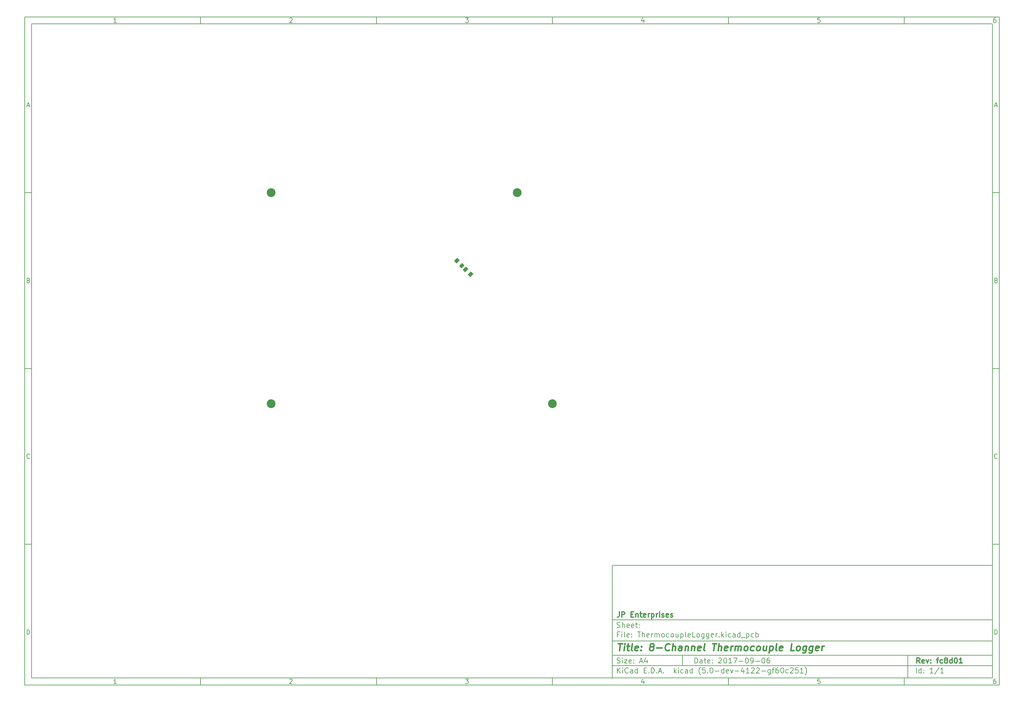
<source format=gbp>
%TF.GenerationSoftware,KiCad,Pcbnew,(5.0-dev-4122-gf60c251)*%
%TF.CreationDate,2018-08-13T09:47:59+01:00*%
%TF.ProjectId,ThermocoupleLogger,546865726D6F636F75706C654C6F6767,fc8d01*%
%TF.SameCoordinates,Original*%
%TF.FileFunction,Paste,Bot*%
%TF.FilePolarity,Positive*%
%FSLAX46Y46*%
G04 Gerber Fmt 4.6, Leading zero omitted, Abs format (unit mm)*
G04 Created by KiCad (PCBNEW (5.0-dev-4122-gf60c251)) date Monday, 13 August 2018 at 09:47:59*
%MOMM*%
%LPD*%
G01*
G04 APERTURE LIST*
%ADD10C,0.100000*%
%ADD11C,0.150000*%
%ADD12C,0.300000*%
%ADD13C,0.400000*%
%ADD14C,2.500000*%
%ADD15C,1.000000*%
G04 APERTURE END LIST*
D10*
D11*
X177002200Y-166007200D02*
X177002200Y-198007200D01*
X285002200Y-198007200D01*
X285002200Y-166007200D01*
X177002200Y-166007200D01*
D10*
D11*
X10000000Y-10000000D02*
X10000000Y-200007200D01*
X287002200Y-200007200D01*
X287002200Y-10000000D01*
X10000000Y-10000000D01*
D10*
D11*
X12000000Y-12000000D02*
X12000000Y-198007200D01*
X285002200Y-198007200D01*
X285002200Y-12000000D01*
X12000000Y-12000000D01*
D10*
D11*
X60000000Y-12000000D02*
X60000000Y-10000000D01*
D10*
D11*
X110000000Y-12000000D02*
X110000000Y-10000000D01*
D10*
D11*
X160000000Y-12000000D02*
X160000000Y-10000000D01*
D10*
D11*
X210000000Y-12000000D02*
X210000000Y-10000000D01*
D10*
D11*
X260000000Y-12000000D02*
X260000000Y-10000000D01*
D10*
D11*
X36065476Y-11588095D02*
X35322619Y-11588095D01*
X35694047Y-11588095D02*
X35694047Y-10288095D01*
X35570238Y-10473809D01*
X35446428Y-10597619D01*
X35322619Y-10659523D01*
D10*
D11*
X85322619Y-10411904D02*
X85384523Y-10350000D01*
X85508333Y-10288095D01*
X85817857Y-10288095D01*
X85941666Y-10350000D01*
X86003571Y-10411904D01*
X86065476Y-10535714D01*
X86065476Y-10659523D01*
X86003571Y-10845238D01*
X85260714Y-11588095D01*
X86065476Y-11588095D01*
D10*
D11*
X135260714Y-10288095D02*
X136065476Y-10288095D01*
X135632142Y-10783333D01*
X135817857Y-10783333D01*
X135941666Y-10845238D01*
X136003571Y-10907142D01*
X136065476Y-11030952D01*
X136065476Y-11340476D01*
X136003571Y-11464285D01*
X135941666Y-11526190D01*
X135817857Y-11588095D01*
X135446428Y-11588095D01*
X135322619Y-11526190D01*
X135260714Y-11464285D01*
D10*
D11*
X185941666Y-10721428D02*
X185941666Y-11588095D01*
X185632142Y-10226190D02*
X185322619Y-11154761D01*
X186127380Y-11154761D01*
D10*
D11*
X236003571Y-10288095D02*
X235384523Y-10288095D01*
X235322619Y-10907142D01*
X235384523Y-10845238D01*
X235508333Y-10783333D01*
X235817857Y-10783333D01*
X235941666Y-10845238D01*
X236003571Y-10907142D01*
X236065476Y-11030952D01*
X236065476Y-11340476D01*
X236003571Y-11464285D01*
X235941666Y-11526190D01*
X235817857Y-11588095D01*
X235508333Y-11588095D01*
X235384523Y-11526190D01*
X235322619Y-11464285D01*
D10*
D11*
X285941666Y-10288095D02*
X285694047Y-10288095D01*
X285570238Y-10350000D01*
X285508333Y-10411904D01*
X285384523Y-10597619D01*
X285322619Y-10845238D01*
X285322619Y-11340476D01*
X285384523Y-11464285D01*
X285446428Y-11526190D01*
X285570238Y-11588095D01*
X285817857Y-11588095D01*
X285941666Y-11526190D01*
X286003571Y-11464285D01*
X286065476Y-11340476D01*
X286065476Y-11030952D01*
X286003571Y-10907142D01*
X285941666Y-10845238D01*
X285817857Y-10783333D01*
X285570238Y-10783333D01*
X285446428Y-10845238D01*
X285384523Y-10907142D01*
X285322619Y-11030952D01*
D10*
D11*
X60000000Y-198007200D02*
X60000000Y-200007200D01*
D10*
D11*
X110000000Y-198007200D02*
X110000000Y-200007200D01*
D10*
D11*
X160000000Y-198007200D02*
X160000000Y-200007200D01*
D10*
D11*
X210000000Y-198007200D02*
X210000000Y-200007200D01*
D10*
D11*
X260000000Y-198007200D02*
X260000000Y-200007200D01*
D10*
D11*
X36065476Y-199595295D02*
X35322619Y-199595295D01*
X35694047Y-199595295D02*
X35694047Y-198295295D01*
X35570238Y-198481009D01*
X35446428Y-198604819D01*
X35322619Y-198666723D01*
D10*
D11*
X85322619Y-198419104D02*
X85384523Y-198357200D01*
X85508333Y-198295295D01*
X85817857Y-198295295D01*
X85941666Y-198357200D01*
X86003571Y-198419104D01*
X86065476Y-198542914D01*
X86065476Y-198666723D01*
X86003571Y-198852438D01*
X85260714Y-199595295D01*
X86065476Y-199595295D01*
D10*
D11*
X135260714Y-198295295D02*
X136065476Y-198295295D01*
X135632142Y-198790533D01*
X135817857Y-198790533D01*
X135941666Y-198852438D01*
X136003571Y-198914342D01*
X136065476Y-199038152D01*
X136065476Y-199347676D01*
X136003571Y-199471485D01*
X135941666Y-199533390D01*
X135817857Y-199595295D01*
X135446428Y-199595295D01*
X135322619Y-199533390D01*
X135260714Y-199471485D01*
D10*
D11*
X185941666Y-198728628D02*
X185941666Y-199595295D01*
X185632142Y-198233390D02*
X185322619Y-199161961D01*
X186127380Y-199161961D01*
D10*
D11*
X236003571Y-198295295D02*
X235384523Y-198295295D01*
X235322619Y-198914342D01*
X235384523Y-198852438D01*
X235508333Y-198790533D01*
X235817857Y-198790533D01*
X235941666Y-198852438D01*
X236003571Y-198914342D01*
X236065476Y-199038152D01*
X236065476Y-199347676D01*
X236003571Y-199471485D01*
X235941666Y-199533390D01*
X235817857Y-199595295D01*
X235508333Y-199595295D01*
X235384523Y-199533390D01*
X235322619Y-199471485D01*
D10*
D11*
X285941666Y-198295295D02*
X285694047Y-198295295D01*
X285570238Y-198357200D01*
X285508333Y-198419104D01*
X285384523Y-198604819D01*
X285322619Y-198852438D01*
X285322619Y-199347676D01*
X285384523Y-199471485D01*
X285446428Y-199533390D01*
X285570238Y-199595295D01*
X285817857Y-199595295D01*
X285941666Y-199533390D01*
X286003571Y-199471485D01*
X286065476Y-199347676D01*
X286065476Y-199038152D01*
X286003571Y-198914342D01*
X285941666Y-198852438D01*
X285817857Y-198790533D01*
X285570238Y-198790533D01*
X285446428Y-198852438D01*
X285384523Y-198914342D01*
X285322619Y-199038152D01*
D10*
D11*
X10000000Y-60000000D02*
X12000000Y-60000000D01*
D10*
D11*
X10000000Y-110000000D02*
X12000000Y-110000000D01*
D10*
D11*
X10000000Y-160000000D02*
X12000000Y-160000000D01*
D10*
D11*
X10690476Y-35216666D02*
X11309523Y-35216666D01*
X10566666Y-35588095D02*
X11000000Y-34288095D01*
X11433333Y-35588095D01*
D10*
D11*
X11092857Y-84907142D02*
X11278571Y-84969047D01*
X11340476Y-85030952D01*
X11402380Y-85154761D01*
X11402380Y-85340476D01*
X11340476Y-85464285D01*
X11278571Y-85526190D01*
X11154761Y-85588095D01*
X10659523Y-85588095D01*
X10659523Y-84288095D01*
X11092857Y-84288095D01*
X11216666Y-84350000D01*
X11278571Y-84411904D01*
X11340476Y-84535714D01*
X11340476Y-84659523D01*
X11278571Y-84783333D01*
X11216666Y-84845238D01*
X11092857Y-84907142D01*
X10659523Y-84907142D01*
D10*
D11*
X11402380Y-135464285D02*
X11340476Y-135526190D01*
X11154761Y-135588095D01*
X11030952Y-135588095D01*
X10845238Y-135526190D01*
X10721428Y-135402380D01*
X10659523Y-135278571D01*
X10597619Y-135030952D01*
X10597619Y-134845238D01*
X10659523Y-134597619D01*
X10721428Y-134473809D01*
X10845238Y-134350000D01*
X11030952Y-134288095D01*
X11154761Y-134288095D01*
X11340476Y-134350000D01*
X11402380Y-134411904D01*
D10*
D11*
X10659523Y-185588095D02*
X10659523Y-184288095D01*
X10969047Y-184288095D01*
X11154761Y-184350000D01*
X11278571Y-184473809D01*
X11340476Y-184597619D01*
X11402380Y-184845238D01*
X11402380Y-185030952D01*
X11340476Y-185278571D01*
X11278571Y-185402380D01*
X11154761Y-185526190D01*
X10969047Y-185588095D01*
X10659523Y-185588095D01*
D10*
D11*
X287002200Y-60000000D02*
X285002200Y-60000000D01*
D10*
D11*
X287002200Y-110000000D02*
X285002200Y-110000000D01*
D10*
D11*
X287002200Y-160000000D02*
X285002200Y-160000000D01*
D10*
D11*
X285692676Y-35216666D02*
X286311723Y-35216666D01*
X285568866Y-35588095D02*
X286002200Y-34288095D01*
X286435533Y-35588095D01*
D10*
D11*
X286095057Y-84907142D02*
X286280771Y-84969047D01*
X286342676Y-85030952D01*
X286404580Y-85154761D01*
X286404580Y-85340476D01*
X286342676Y-85464285D01*
X286280771Y-85526190D01*
X286156961Y-85588095D01*
X285661723Y-85588095D01*
X285661723Y-84288095D01*
X286095057Y-84288095D01*
X286218866Y-84350000D01*
X286280771Y-84411904D01*
X286342676Y-84535714D01*
X286342676Y-84659523D01*
X286280771Y-84783333D01*
X286218866Y-84845238D01*
X286095057Y-84907142D01*
X285661723Y-84907142D01*
D10*
D11*
X286404580Y-135464285D02*
X286342676Y-135526190D01*
X286156961Y-135588095D01*
X286033152Y-135588095D01*
X285847438Y-135526190D01*
X285723628Y-135402380D01*
X285661723Y-135278571D01*
X285599819Y-135030952D01*
X285599819Y-134845238D01*
X285661723Y-134597619D01*
X285723628Y-134473809D01*
X285847438Y-134350000D01*
X286033152Y-134288095D01*
X286156961Y-134288095D01*
X286342676Y-134350000D01*
X286404580Y-134411904D01*
D10*
D11*
X285661723Y-185588095D02*
X285661723Y-184288095D01*
X285971247Y-184288095D01*
X286156961Y-184350000D01*
X286280771Y-184473809D01*
X286342676Y-184597619D01*
X286404580Y-184845238D01*
X286404580Y-185030952D01*
X286342676Y-185278571D01*
X286280771Y-185402380D01*
X286156961Y-185526190D01*
X285971247Y-185588095D01*
X285661723Y-185588095D01*
D10*
D11*
X200434342Y-193785771D02*
X200434342Y-192285771D01*
X200791485Y-192285771D01*
X201005771Y-192357200D01*
X201148628Y-192500057D01*
X201220057Y-192642914D01*
X201291485Y-192928628D01*
X201291485Y-193142914D01*
X201220057Y-193428628D01*
X201148628Y-193571485D01*
X201005771Y-193714342D01*
X200791485Y-193785771D01*
X200434342Y-193785771D01*
X202577200Y-193785771D02*
X202577200Y-193000057D01*
X202505771Y-192857200D01*
X202362914Y-192785771D01*
X202077200Y-192785771D01*
X201934342Y-192857200D01*
X202577200Y-193714342D02*
X202434342Y-193785771D01*
X202077200Y-193785771D01*
X201934342Y-193714342D01*
X201862914Y-193571485D01*
X201862914Y-193428628D01*
X201934342Y-193285771D01*
X202077200Y-193214342D01*
X202434342Y-193214342D01*
X202577200Y-193142914D01*
X203077200Y-192785771D02*
X203648628Y-192785771D01*
X203291485Y-192285771D02*
X203291485Y-193571485D01*
X203362914Y-193714342D01*
X203505771Y-193785771D01*
X203648628Y-193785771D01*
X204720057Y-193714342D02*
X204577200Y-193785771D01*
X204291485Y-193785771D01*
X204148628Y-193714342D01*
X204077200Y-193571485D01*
X204077200Y-193000057D01*
X204148628Y-192857200D01*
X204291485Y-192785771D01*
X204577200Y-192785771D01*
X204720057Y-192857200D01*
X204791485Y-193000057D01*
X204791485Y-193142914D01*
X204077200Y-193285771D01*
X205434342Y-193642914D02*
X205505771Y-193714342D01*
X205434342Y-193785771D01*
X205362914Y-193714342D01*
X205434342Y-193642914D01*
X205434342Y-193785771D01*
X205434342Y-192857200D02*
X205505771Y-192928628D01*
X205434342Y-193000057D01*
X205362914Y-192928628D01*
X205434342Y-192857200D01*
X205434342Y-193000057D01*
X207220057Y-192428628D02*
X207291485Y-192357200D01*
X207434342Y-192285771D01*
X207791485Y-192285771D01*
X207934342Y-192357200D01*
X208005771Y-192428628D01*
X208077200Y-192571485D01*
X208077200Y-192714342D01*
X208005771Y-192928628D01*
X207148628Y-193785771D01*
X208077200Y-193785771D01*
X209005771Y-192285771D02*
X209148628Y-192285771D01*
X209291485Y-192357200D01*
X209362914Y-192428628D01*
X209434342Y-192571485D01*
X209505771Y-192857200D01*
X209505771Y-193214342D01*
X209434342Y-193500057D01*
X209362914Y-193642914D01*
X209291485Y-193714342D01*
X209148628Y-193785771D01*
X209005771Y-193785771D01*
X208862914Y-193714342D01*
X208791485Y-193642914D01*
X208720057Y-193500057D01*
X208648628Y-193214342D01*
X208648628Y-192857200D01*
X208720057Y-192571485D01*
X208791485Y-192428628D01*
X208862914Y-192357200D01*
X209005771Y-192285771D01*
X210934342Y-193785771D02*
X210077200Y-193785771D01*
X210505771Y-193785771D02*
X210505771Y-192285771D01*
X210362914Y-192500057D01*
X210220057Y-192642914D01*
X210077200Y-192714342D01*
X211434342Y-192285771D02*
X212434342Y-192285771D01*
X211791485Y-193785771D01*
X213005771Y-193214342D02*
X214148628Y-193214342D01*
X215148628Y-192285771D02*
X215291485Y-192285771D01*
X215434342Y-192357200D01*
X215505771Y-192428628D01*
X215577200Y-192571485D01*
X215648628Y-192857200D01*
X215648628Y-193214342D01*
X215577200Y-193500057D01*
X215505771Y-193642914D01*
X215434342Y-193714342D01*
X215291485Y-193785771D01*
X215148628Y-193785771D01*
X215005771Y-193714342D01*
X214934342Y-193642914D01*
X214862914Y-193500057D01*
X214791485Y-193214342D01*
X214791485Y-192857200D01*
X214862914Y-192571485D01*
X214934342Y-192428628D01*
X215005771Y-192357200D01*
X215148628Y-192285771D01*
X216362914Y-193785771D02*
X216648628Y-193785771D01*
X216791485Y-193714342D01*
X216862914Y-193642914D01*
X217005771Y-193428628D01*
X217077200Y-193142914D01*
X217077200Y-192571485D01*
X217005771Y-192428628D01*
X216934342Y-192357200D01*
X216791485Y-192285771D01*
X216505771Y-192285771D01*
X216362914Y-192357200D01*
X216291485Y-192428628D01*
X216220057Y-192571485D01*
X216220057Y-192928628D01*
X216291485Y-193071485D01*
X216362914Y-193142914D01*
X216505771Y-193214342D01*
X216791485Y-193214342D01*
X216934342Y-193142914D01*
X217005771Y-193071485D01*
X217077200Y-192928628D01*
X217720057Y-193214342D02*
X218862914Y-193214342D01*
X219862914Y-192285771D02*
X220005771Y-192285771D01*
X220148628Y-192357200D01*
X220220057Y-192428628D01*
X220291485Y-192571485D01*
X220362914Y-192857200D01*
X220362914Y-193214342D01*
X220291485Y-193500057D01*
X220220057Y-193642914D01*
X220148628Y-193714342D01*
X220005771Y-193785771D01*
X219862914Y-193785771D01*
X219720057Y-193714342D01*
X219648628Y-193642914D01*
X219577200Y-193500057D01*
X219505771Y-193214342D01*
X219505771Y-192857200D01*
X219577200Y-192571485D01*
X219648628Y-192428628D01*
X219720057Y-192357200D01*
X219862914Y-192285771D01*
X221648628Y-192285771D02*
X221362914Y-192285771D01*
X221220057Y-192357200D01*
X221148628Y-192428628D01*
X221005771Y-192642914D01*
X220934342Y-192928628D01*
X220934342Y-193500057D01*
X221005771Y-193642914D01*
X221077200Y-193714342D01*
X221220057Y-193785771D01*
X221505771Y-193785771D01*
X221648628Y-193714342D01*
X221720057Y-193642914D01*
X221791485Y-193500057D01*
X221791485Y-193142914D01*
X221720057Y-193000057D01*
X221648628Y-192928628D01*
X221505771Y-192857200D01*
X221220057Y-192857200D01*
X221077200Y-192928628D01*
X221005771Y-193000057D01*
X220934342Y-193142914D01*
D10*
D11*
X177002200Y-194507200D02*
X285002200Y-194507200D01*
D10*
D11*
X178434342Y-196585771D02*
X178434342Y-195085771D01*
X179291485Y-196585771D02*
X178648628Y-195728628D01*
X179291485Y-195085771D02*
X178434342Y-195942914D01*
X179934342Y-196585771D02*
X179934342Y-195585771D01*
X179934342Y-195085771D02*
X179862914Y-195157200D01*
X179934342Y-195228628D01*
X180005771Y-195157200D01*
X179934342Y-195085771D01*
X179934342Y-195228628D01*
X181505771Y-196442914D02*
X181434342Y-196514342D01*
X181220057Y-196585771D01*
X181077200Y-196585771D01*
X180862914Y-196514342D01*
X180720057Y-196371485D01*
X180648628Y-196228628D01*
X180577200Y-195942914D01*
X180577200Y-195728628D01*
X180648628Y-195442914D01*
X180720057Y-195300057D01*
X180862914Y-195157200D01*
X181077200Y-195085771D01*
X181220057Y-195085771D01*
X181434342Y-195157200D01*
X181505771Y-195228628D01*
X182791485Y-196585771D02*
X182791485Y-195800057D01*
X182720057Y-195657200D01*
X182577200Y-195585771D01*
X182291485Y-195585771D01*
X182148628Y-195657200D01*
X182791485Y-196514342D02*
X182648628Y-196585771D01*
X182291485Y-196585771D01*
X182148628Y-196514342D01*
X182077200Y-196371485D01*
X182077200Y-196228628D01*
X182148628Y-196085771D01*
X182291485Y-196014342D01*
X182648628Y-196014342D01*
X182791485Y-195942914D01*
X184148628Y-196585771D02*
X184148628Y-195085771D01*
X184148628Y-196514342D02*
X184005771Y-196585771D01*
X183720057Y-196585771D01*
X183577200Y-196514342D01*
X183505771Y-196442914D01*
X183434342Y-196300057D01*
X183434342Y-195871485D01*
X183505771Y-195728628D01*
X183577200Y-195657200D01*
X183720057Y-195585771D01*
X184005771Y-195585771D01*
X184148628Y-195657200D01*
X186005771Y-195800057D02*
X186505771Y-195800057D01*
X186720057Y-196585771D02*
X186005771Y-196585771D01*
X186005771Y-195085771D01*
X186720057Y-195085771D01*
X187362914Y-196442914D02*
X187434342Y-196514342D01*
X187362914Y-196585771D01*
X187291485Y-196514342D01*
X187362914Y-196442914D01*
X187362914Y-196585771D01*
X188077200Y-196585771D02*
X188077200Y-195085771D01*
X188434342Y-195085771D01*
X188648628Y-195157200D01*
X188791485Y-195300057D01*
X188862914Y-195442914D01*
X188934342Y-195728628D01*
X188934342Y-195942914D01*
X188862914Y-196228628D01*
X188791485Y-196371485D01*
X188648628Y-196514342D01*
X188434342Y-196585771D01*
X188077200Y-196585771D01*
X189577200Y-196442914D02*
X189648628Y-196514342D01*
X189577200Y-196585771D01*
X189505771Y-196514342D01*
X189577200Y-196442914D01*
X189577200Y-196585771D01*
X190220057Y-196157200D02*
X190934342Y-196157200D01*
X190077200Y-196585771D02*
X190577200Y-195085771D01*
X191077200Y-196585771D01*
X191577200Y-196442914D02*
X191648628Y-196514342D01*
X191577200Y-196585771D01*
X191505771Y-196514342D01*
X191577200Y-196442914D01*
X191577200Y-196585771D01*
X194577200Y-196585771D02*
X194577200Y-195085771D01*
X194720057Y-196014342D02*
X195148628Y-196585771D01*
X195148628Y-195585771D02*
X194577200Y-196157200D01*
X195791485Y-196585771D02*
X195791485Y-195585771D01*
X195791485Y-195085771D02*
X195720057Y-195157200D01*
X195791485Y-195228628D01*
X195862914Y-195157200D01*
X195791485Y-195085771D01*
X195791485Y-195228628D01*
X197148628Y-196514342D02*
X197005771Y-196585771D01*
X196720057Y-196585771D01*
X196577200Y-196514342D01*
X196505771Y-196442914D01*
X196434342Y-196300057D01*
X196434342Y-195871485D01*
X196505771Y-195728628D01*
X196577200Y-195657200D01*
X196720057Y-195585771D01*
X197005771Y-195585771D01*
X197148628Y-195657200D01*
X198434342Y-196585771D02*
X198434342Y-195800057D01*
X198362914Y-195657200D01*
X198220057Y-195585771D01*
X197934342Y-195585771D01*
X197791485Y-195657200D01*
X198434342Y-196514342D02*
X198291485Y-196585771D01*
X197934342Y-196585771D01*
X197791485Y-196514342D01*
X197720057Y-196371485D01*
X197720057Y-196228628D01*
X197791485Y-196085771D01*
X197934342Y-196014342D01*
X198291485Y-196014342D01*
X198434342Y-195942914D01*
X199791485Y-196585771D02*
X199791485Y-195085771D01*
X199791485Y-196514342D02*
X199648628Y-196585771D01*
X199362914Y-196585771D01*
X199220057Y-196514342D01*
X199148628Y-196442914D01*
X199077200Y-196300057D01*
X199077200Y-195871485D01*
X199148628Y-195728628D01*
X199220057Y-195657200D01*
X199362914Y-195585771D01*
X199648628Y-195585771D01*
X199791485Y-195657200D01*
X202077200Y-197157200D02*
X202005771Y-197085771D01*
X201862914Y-196871485D01*
X201791485Y-196728628D01*
X201720057Y-196514342D01*
X201648628Y-196157200D01*
X201648628Y-195871485D01*
X201720057Y-195514342D01*
X201791485Y-195300057D01*
X201862914Y-195157200D01*
X202005771Y-194942914D01*
X202077200Y-194871485D01*
X203362914Y-195085771D02*
X202648628Y-195085771D01*
X202577200Y-195800057D01*
X202648628Y-195728628D01*
X202791485Y-195657200D01*
X203148628Y-195657200D01*
X203291485Y-195728628D01*
X203362914Y-195800057D01*
X203434342Y-195942914D01*
X203434342Y-196300057D01*
X203362914Y-196442914D01*
X203291485Y-196514342D01*
X203148628Y-196585771D01*
X202791485Y-196585771D01*
X202648628Y-196514342D01*
X202577200Y-196442914D01*
X204077200Y-196442914D02*
X204148628Y-196514342D01*
X204077200Y-196585771D01*
X204005771Y-196514342D01*
X204077200Y-196442914D01*
X204077200Y-196585771D01*
X205077200Y-195085771D02*
X205220057Y-195085771D01*
X205362914Y-195157200D01*
X205434342Y-195228628D01*
X205505771Y-195371485D01*
X205577200Y-195657200D01*
X205577200Y-196014342D01*
X205505771Y-196300057D01*
X205434342Y-196442914D01*
X205362914Y-196514342D01*
X205220057Y-196585771D01*
X205077200Y-196585771D01*
X204934342Y-196514342D01*
X204862914Y-196442914D01*
X204791485Y-196300057D01*
X204720057Y-196014342D01*
X204720057Y-195657200D01*
X204791485Y-195371485D01*
X204862914Y-195228628D01*
X204934342Y-195157200D01*
X205077200Y-195085771D01*
X206220057Y-196014342D02*
X207362914Y-196014342D01*
X208720057Y-196585771D02*
X208720057Y-195085771D01*
X208720057Y-196514342D02*
X208577200Y-196585771D01*
X208291485Y-196585771D01*
X208148628Y-196514342D01*
X208077200Y-196442914D01*
X208005771Y-196300057D01*
X208005771Y-195871485D01*
X208077200Y-195728628D01*
X208148628Y-195657200D01*
X208291485Y-195585771D01*
X208577200Y-195585771D01*
X208720057Y-195657200D01*
X210005771Y-196514342D02*
X209862914Y-196585771D01*
X209577200Y-196585771D01*
X209434342Y-196514342D01*
X209362914Y-196371485D01*
X209362914Y-195800057D01*
X209434342Y-195657200D01*
X209577200Y-195585771D01*
X209862914Y-195585771D01*
X210005771Y-195657200D01*
X210077200Y-195800057D01*
X210077200Y-195942914D01*
X209362914Y-196085771D01*
X210577200Y-195585771D02*
X210934342Y-196585771D01*
X211291485Y-195585771D01*
X211862914Y-196014342D02*
X213005771Y-196014342D01*
X214362914Y-195585771D02*
X214362914Y-196585771D01*
X214005771Y-195014342D02*
X213648628Y-196085771D01*
X214577200Y-196085771D01*
X215934342Y-196585771D02*
X215077200Y-196585771D01*
X215505771Y-196585771D02*
X215505771Y-195085771D01*
X215362914Y-195300057D01*
X215220057Y-195442914D01*
X215077200Y-195514342D01*
X216505771Y-195228628D02*
X216577200Y-195157200D01*
X216720057Y-195085771D01*
X217077200Y-195085771D01*
X217220057Y-195157200D01*
X217291485Y-195228628D01*
X217362914Y-195371485D01*
X217362914Y-195514342D01*
X217291485Y-195728628D01*
X216434342Y-196585771D01*
X217362914Y-196585771D01*
X217934342Y-195228628D02*
X218005771Y-195157200D01*
X218148628Y-195085771D01*
X218505771Y-195085771D01*
X218648628Y-195157200D01*
X218720057Y-195228628D01*
X218791485Y-195371485D01*
X218791485Y-195514342D01*
X218720057Y-195728628D01*
X217862914Y-196585771D01*
X218791485Y-196585771D01*
X219434342Y-196014342D02*
X220577200Y-196014342D01*
X221934342Y-195585771D02*
X221934342Y-196800057D01*
X221862914Y-196942914D01*
X221791485Y-197014342D01*
X221648628Y-197085771D01*
X221434342Y-197085771D01*
X221291485Y-197014342D01*
X221934342Y-196514342D02*
X221791485Y-196585771D01*
X221505771Y-196585771D01*
X221362914Y-196514342D01*
X221291485Y-196442914D01*
X221220057Y-196300057D01*
X221220057Y-195871485D01*
X221291485Y-195728628D01*
X221362914Y-195657200D01*
X221505771Y-195585771D01*
X221791485Y-195585771D01*
X221934342Y-195657200D01*
X222434342Y-195585771D02*
X223005771Y-195585771D01*
X222648628Y-196585771D02*
X222648628Y-195300057D01*
X222720057Y-195157200D01*
X222862914Y-195085771D01*
X223005771Y-195085771D01*
X224148628Y-195085771D02*
X223862914Y-195085771D01*
X223720057Y-195157200D01*
X223648628Y-195228628D01*
X223505771Y-195442914D01*
X223434342Y-195728628D01*
X223434342Y-196300057D01*
X223505771Y-196442914D01*
X223577200Y-196514342D01*
X223720057Y-196585771D01*
X224005771Y-196585771D01*
X224148628Y-196514342D01*
X224220057Y-196442914D01*
X224291485Y-196300057D01*
X224291485Y-195942914D01*
X224220057Y-195800057D01*
X224148628Y-195728628D01*
X224005771Y-195657200D01*
X223720057Y-195657200D01*
X223577200Y-195728628D01*
X223505771Y-195800057D01*
X223434342Y-195942914D01*
X225220057Y-195085771D02*
X225362914Y-195085771D01*
X225505771Y-195157200D01*
X225577200Y-195228628D01*
X225648628Y-195371485D01*
X225720057Y-195657200D01*
X225720057Y-196014342D01*
X225648628Y-196300057D01*
X225577200Y-196442914D01*
X225505771Y-196514342D01*
X225362914Y-196585771D01*
X225220057Y-196585771D01*
X225077200Y-196514342D01*
X225005771Y-196442914D01*
X224934342Y-196300057D01*
X224862914Y-196014342D01*
X224862914Y-195657200D01*
X224934342Y-195371485D01*
X225005771Y-195228628D01*
X225077200Y-195157200D01*
X225220057Y-195085771D01*
X227005771Y-196514342D02*
X226862914Y-196585771D01*
X226577200Y-196585771D01*
X226434342Y-196514342D01*
X226362914Y-196442914D01*
X226291485Y-196300057D01*
X226291485Y-195871485D01*
X226362914Y-195728628D01*
X226434342Y-195657200D01*
X226577200Y-195585771D01*
X226862914Y-195585771D01*
X227005771Y-195657200D01*
X227577199Y-195228628D02*
X227648628Y-195157200D01*
X227791485Y-195085771D01*
X228148628Y-195085771D01*
X228291485Y-195157200D01*
X228362914Y-195228628D01*
X228434342Y-195371485D01*
X228434342Y-195514342D01*
X228362914Y-195728628D01*
X227505771Y-196585771D01*
X228434342Y-196585771D01*
X229791485Y-195085771D02*
X229077199Y-195085771D01*
X229005771Y-195800057D01*
X229077199Y-195728628D01*
X229220057Y-195657200D01*
X229577199Y-195657200D01*
X229720057Y-195728628D01*
X229791485Y-195800057D01*
X229862914Y-195942914D01*
X229862914Y-196300057D01*
X229791485Y-196442914D01*
X229720057Y-196514342D01*
X229577199Y-196585771D01*
X229220057Y-196585771D01*
X229077199Y-196514342D01*
X229005771Y-196442914D01*
X231291485Y-196585771D02*
X230434342Y-196585771D01*
X230862914Y-196585771D02*
X230862914Y-195085771D01*
X230720057Y-195300057D01*
X230577199Y-195442914D01*
X230434342Y-195514342D01*
X231791485Y-197157200D02*
X231862914Y-197085771D01*
X232005771Y-196871485D01*
X232077199Y-196728628D01*
X232148628Y-196514342D01*
X232220057Y-196157200D01*
X232220057Y-195871485D01*
X232148628Y-195514342D01*
X232077199Y-195300057D01*
X232005771Y-195157200D01*
X231862914Y-194942914D01*
X231791485Y-194871485D01*
D10*
D11*
X177002200Y-191507200D02*
X285002200Y-191507200D01*
D10*
D12*
X264411485Y-193785771D02*
X263911485Y-193071485D01*
X263554342Y-193785771D02*
X263554342Y-192285771D01*
X264125771Y-192285771D01*
X264268628Y-192357200D01*
X264340057Y-192428628D01*
X264411485Y-192571485D01*
X264411485Y-192785771D01*
X264340057Y-192928628D01*
X264268628Y-193000057D01*
X264125771Y-193071485D01*
X263554342Y-193071485D01*
X265625771Y-193714342D02*
X265482914Y-193785771D01*
X265197200Y-193785771D01*
X265054342Y-193714342D01*
X264982914Y-193571485D01*
X264982914Y-193000057D01*
X265054342Y-192857200D01*
X265197200Y-192785771D01*
X265482914Y-192785771D01*
X265625771Y-192857200D01*
X265697200Y-193000057D01*
X265697200Y-193142914D01*
X264982914Y-193285771D01*
X266197200Y-192785771D02*
X266554342Y-193785771D01*
X266911485Y-192785771D01*
X267482914Y-193642914D02*
X267554342Y-193714342D01*
X267482914Y-193785771D01*
X267411485Y-193714342D01*
X267482914Y-193642914D01*
X267482914Y-193785771D01*
X267482914Y-192857200D02*
X267554342Y-192928628D01*
X267482914Y-193000057D01*
X267411485Y-192928628D01*
X267482914Y-192857200D01*
X267482914Y-193000057D01*
X269125771Y-192785771D02*
X269697200Y-192785771D01*
X269340057Y-193785771D02*
X269340057Y-192500057D01*
X269411485Y-192357200D01*
X269554342Y-192285771D01*
X269697200Y-192285771D01*
X270840057Y-193714342D02*
X270697200Y-193785771D01*
X270411485Y-193785771D01*
X270268628Y-193714342D01*
X270197200Y-193642914D01*
X270125771Y-193500057D01*
X270125771Y-193071485D01*
X270197200Y-192928628D01*
X270268628Y-192857200D01*
X270411485Y-192785771D01*
X270697200Y-192785771D01*
X270840057Y-192857200D01*
X271697200Y-192928628D02*
X271554342Y-192857200D01*
X271482914Y-192785771D01*
X271411485Y-192642914D01*
X271411485Y-192571485D01*
X271482914Y-192428628D01*
X271554342Y-192357200D01*
X271697200Y-192285771D01*
X271982914Y-192285771D01*
X272125771Y-192357200D01*
X272197200Y-192428628D01*
X272268628Y-192571485D01*
X272268628Y-192642914D01*
X272197200Y-192785771D01*
X272125771Y-192857200D01*
X271982914Y-192928628D01*
X271697200Y-192928628D01*
X271554342Y-193000057D01*
X271482914Y-193071485D01*
X271411485Y-193214342D01*
X271411485Y-193500057D01*
X271482914Y-193642914D01*
X271554342Y-193714342D01*
X271697200Y-193785771D01*
X271982914Y-193785771D01*
X272125771Y-193714342D01*
X272197200Y-193642914D01*
X272268628Y-193500057D01*
X272268628Y-193214342D01*
X272197200Y-193071485D01*
X272125771Y-193000057D01*
X271982914Y-192928628D01*
X273554342Y-193785771D02*
X273554342Y-192285771D01*
X273554342Y-193714342D02*
X273411485Y-193785771D01*
X273125771Y-193785771D01*
X272982914Y-193714342D01*
X272911485Y-193642914D01*
X272840057Y-193500057D01*
X272840057Y-193071485D01*
X272911485Y-192928628D01*
X272982914Y-192857200D01*
X273125771Y-192785771D01*
X273411485Y-192785771D01*
X273554342Y-192857200D01*
X274554342Y-192285771D02*
X274697200Y-192285771D01*
X274840057Y-192357200D01*
X274911485Y-192428628D01*
X274982914Y-192571485D01*
X275054342Y-192857200D01*
X275054342Y-193214342D01*
X274982914Y-193500057D01*
X274911485Y-193642914D01*
X274840057Y-193714342D01*
X274697200Y-193785771D01*
X274554342Y-193785771D01*
X274411485Y-193714342D01*
X274340057Y-193642914D01*
X274268628Y-193500057D01*
X274197200Y-193214342D01*
X274197200Y-192857200D01*
X274268628Y-192571485D01*
X274340057Y-192428628D01*
X274411485Y-192357200D01*
X274554342Y-192285771D01*
X276482914Y-193785771D02*
X275625771Y-193785771D01*
X276054342Y-193785771D02*
X276054342Y-192285771D01*
X275911485Y-192500057D01*
X275768628Y-192642914D01*
X275625771Y-192714342D01*
D10*
D11*
X178362914Y-193714342D02*
X178577200Y-193785771D01*
X178934342Y-193785771D01*
X179077200Y-193714342D01*
X179148628Y-193642914D01*
X179220057Y-193500057D01*
X179220057Y-193357200D01*
X179148628Y-193214342D01*
X179077200Y-193142914D01*
X178934342Y-193071485D01*
X178648628Y-193000057D01*
X178505771Y-192928628D01*
X178434342Y-192857200D01*
X178362914Y-192714342D01*
X178362914Y-192571485D01*
X178434342Y-192428628D01*
X178505771Y-192357200D01*
X178648628Y-192285771D01*
X179005771Y-192285771D01*
X179220057Y-192357200D01*
X179862914Y-193785771D02*
X179862914Y-192785771D01*
X179862914Y-192285771D02*
X179791485Y-192357200D01*
X179862914Y-192428628D01*
X179934342Y-192357200D01*
X179862914Y-192285771D01*
X179862914Y-192428628D01*
X180434342Y-192785771D02*
X181220057Y-192785771D01*
X180434342Y-193785771D01*
X181220057Y-193785771D01*
X182362914Y-193714342D02*
X182220057Y-193785771D01*
X181934342Y-193785771D01*
X181791485Y-193714342D01*
X181720057Y-193571485D01*
X181720057Y-193000057D01*
X181791485Y-192857200D01*
X181934342Y-192785771D01*
X182220057Y-192785771D01*
X182362914Y-192857200D01*
X182434342Y-193000057D01*
X182434342Y-193142914D01*
X181720057Y-193285771D01*
X183077200Y-193642914D02*
X183148628Y-193714342D01*
X183077200Y-193785771D01*
X183005771Y-193714342D01*
X183077200Y-193642914D01*
X183077200Y-193785771D01*
X183077200Y-192857200D02*
X183148628Y-192928628D01*
X183077200Y-193000057D01*
X183005771Y-192928628D01*
X183077200Y-192857200D01*
X183077200Y-193000057D01*
X184862914Y-193357200D02*
X185577200Y-193357200D01*
X184720057Y-193785771D02*
X185220057Y-192285771D01*
X185720057Y-193785771D01*
X186862914Y-192785771D02*
X186862914Y-193785771D01*
X186505771Y-192214342D02*
X186148628Y-193285771D01*
X187077200Y-193285771D01*
D10*
D11*
X263434342Y-196585771D02*
X263434342Y-195085771D01*
X264791485Y-196585771D02*
X264791485Y-195085771D01*
X264791485Y-196514342D02*
X264648628Y-196585771D01*
X264362914Y-196585771D01*
X264220057Y-196514342D01*
X264148628Y-196442914D01*
X264077200Y-196300057D01*
X264077200Y-195871485D01*
X264148628Y-195728628D01*
X264220057Y-195657200D01*
X264362914Y-195585771D01*
X264648628Y-195585771D01*
X264791485Y-195657200D01*
X265505771Y-196442914D02*
X265577200Y-196514342D01*
X265505771Y-196585771D01*
X265434342Y-196514342D01*
X265505771Y-196442914D01*
X265505771Y-196585771D01*
X265505771Y-195657200D02*
X265577200Y-195728628D01*
X265505771Y-195800057D01*
X265434342Y-195728628D01*
X265505771Y-195657200D01*
X265505771Y-195800057D01*
X268148628Y-196585771D02*
X267291485Y-196585771D01*
X267720057Y-196585771D02*
X267720057Y-195085771D01*
X267577200Y-195300057D01*
X267434342Y-195442914D01*
X267291485Y-195514342D01*
X269862914Y-195014342D02*
X268577200Y-196942914D01*
X271148628Y-196585771D02*
X270291485Y-196585771D01*
X270720057Y-196585771D02*
X270720057Y-195085771D01*
X270577200Y-195300057D01*
X270434342Y-195442914D01*
X270291485Y-195514342D01*
D10*
D11*
X177002200Y-187507200D02*
X285002200Y-187507200D01*
D10*
D13*
X178714580Y-188211961D02*
X179857438Y-188211961D01*
X179036009Y-190211961D02*
X179286009Y-188211961D01*
X180274104Y-190211961D02*
X180440771Y-188878628D01*
X180524104Y-188211961D02*
X180416961Y-188307200D01*
X180500295Y-188402438D01*
X180607438Y-188307200D01*
X180524104Y-188211961D01*
X180500295Y-188402438D01*
X181107438Y-188878628D02*
X181869342Y-188878628D01*
X181476485Y-188211961D02*
X181262200Y-189926247D01*
X181333628Y-190116723D01*
X181512200Y-190211961D01*
X181702676Y-190211961D01*
X182655057Y-190211961D02*
X182476485Y-190116723D01*
X182405057Y-189926247D01*
X182619342Y-188211961D01*
X184190771Y-190116723D02*
X183988390Y-190211961D01*
X183607438Y-190211961D01*
X183428866Y-190116723D01*
X183357438Y-189926247D01*
X183452676Y-189164342D01*
X183571723Y-188973866D01*
X183774104Y-188878628D01*
X184155057Y-188878628D01*
X184333628Y-188973866D01*
X184405057Y-189164342D01*
X184381247Y-189354819D01*
X183405057Y-189545295D01*
X185155057Y-190021485D02*
X185238390Y-190116723D01*
X185131247Y-190211961D01*
X185047914Y-190116723D01*
X185155057Y-190021485D01*
X185131247Y-190211961D01*
X185286009Y-188973866D02*
X185369342Y-189069104D01*
X185262200Y-189164342D01*
X185178866Y-189069104D01*
X185286009Y-188973866D01*
X185262200Y-189164342D01*
X188036009Y-189069104D02*
X187857438Y-188973866D01*
X187774104Y-188878628D01*
X187702676Y-188688152D01*
X187714580Y-188592914D01*
X187833628Y-188402438D01*
X187940771Y-188307200D01*
X188143152Y-188211961D01*
X188524104Y-188211961D01*
X188702676Y-188307200D01*
X188786009Y-188402438D01*
X188857438Y-188592914D01*
X188845533Y-188688152D01*
X188726485Y-188878628D01*
X188619342Y-188973866D01*
X188416961Y-189069104D01*
X188036009Y-189069104D01*
X187833628Y-189164342D01*
X187726485Y-189259580D01*
X187607438Y-189450057D01*
X187559819Y-189831009D01*
X187631247Y-190021485D01*
X187714580Y-190116723D01*
X187893152Y-190211961D01*
X188274104Y-190211961D01*
X188476485Y-190116723D01*
X188583628Y-190021485D01*
X188702676Y-189831009D01*
X188750295Y-189450057D01*
X188678866Y-189259580D01*
X188595533Y-189164342D01*
X188416961Y-189069104D01*
X189607438Y-189450057D02*
X191131247Y-189450057D01*
X193155057Y-190021485D02*
X193047914Y-190116723D01*
X192750295Y-190211961D01*
X192559819Y-190211961D01*
X192286009Y-190116723D01*
X192119342Y-189926247D01*
X192047914Y-189735771D01*
X192000295Y-189354819D01*
X192036009Y-189069104D01*
X192178866Y-188688152D01*
X192297914Y-188497676D01*
X192512200Y-188307200D01*
X192809819Y-188211961D01*
X193000295Y-188211961D01*
X193274104Y-188307200D01*
X193357438Y-188402438D01*
X193988390Y-190211961D02*
X194238390Y-188211961D01*
X194845533Y-190211961D02*
X194976485Y-189164342D01*
X194905057Y-188973866D01*
X194726485Y-188878628D01*
X194440771Y-188878628D01*
X194238390Y-188973866D01*
X194131247Y-189069104D01*
X196655057Y-190211961D02*
X196786009Y-189164342D01*
X196714580Y-188973866D01*
X196536009Y-188878628D01*
X196155057Y-188878628D01*
X195952676Y-188973866D01*
X196666961Y-190116723D02*
X196464580Y-190211961D01*
X195988390Y-190211961D01*
X195809819Y-190116723D01*
X195738390Y-189926247D01*
X195762200Y-189735771D01*
X195881247Y-189545295D01*
X196083628Y-189450057D01*
X196559819Y-189450057D01*
X196762200Y-189354819D01*
X197774104Y-188878628D02*
X197607438Y-190211961D01*
X197750295Y-189069104D02*
X197857438Y-188973866D01*
X198059819Y-188878628D01*
X198345533Y-188878628D01*
X198524104Y-188973866D01*
X198595533Y-189164342D01*
X198464580Y-190211961D01*
X199583628Y-188878628D02*
X199416961Y-190211961D01*
X199559819Y-189069104D02*
X199666961Y-188973866D01*
X199869342Y-188878628D01*
X200155057Y-188878628D01*
X200333628Y-188973866D01*
X200405057Y-189164342D01*
X200274104Y-190211961D01*
X202000295Y-190116723D02*
X201797914Y-190211961D01*
X201416961Y-190211961D01*
X201238390Y-190116723D01*
X201166961Y-189926247D01*
X201262200Y-189164342D01*
X201381247Y-188973866D01*
X201583628Y-188878628D01*
X201964580Y-188878628D01*
X202143152Y-188973866D01*
X202214580Y-189164342D01*
X202190771Y-189354819D01*
X201214580Y-189545295D01*
X203226485Y-190211961D02*
X203047914Y-190116723D01*
X202976485Y-189926247D01*
X203190771Y-188211961D01*
X205476485Y-188211961D02*
X206619342Y-188211961D01*
X205797914Y-190211961D02*
X206047914Y-188211961D01*
X207036009Y-190211961D02*
X207286009Y-188211961D01*
X207893152Y-190211961D02*
X208024104Y-189164342D01*
X207952676Y-188973866D01*
X207774104Y-188878628D01*
X207488390Y-188878628D01*
X207286009Y-188973866D01*
X207178866Y-189069104D01*
X209619342Y-190116723D02*
X209416961Y-190211961D01*
X209036009Y-190211961D01*
X208857438Y-190116723D01*
X208786009Y-189926247D01*
X208881247Y-189164342D01*
X209000295Y-188973866D01*
X209202676Y-188878628D01*
X209583628Y-188878628D01*
X209762200Y-188973866D01*
X209833628Y-189164342D01*
X209809819Y-189354819D01*
X208833628Y-189545295D01*
X210559819Y-190211961D02*
X210726485Y-188878628D01*
X210678866Y-189259580D02*
X210797914Y-189069104D01*
X210905057Y-188973866D01*
X211107438Y-188878628D01*
X211297914Y-188878628D01*
X211797914Y-190211961D02*
X211964580Y-188878628D01*
X211940771Y-189069104D02*
X212047914Y-188973866D01*
X212250295Y-188878628D01*
X212536009Y-188878628D01*
X212714580Y-188973866D01*
X212786009Y-189164342D01*
X212655057Y-190211961D01*
X212786009Y-189164342D02*
X212905057Y-188973866D01*
X213107438Y-188878628D01*
X213393152Y-188878628D01*
X213571723Y-188973866D01*
X213643152Y-189164342D01*
X213512200Y-190211961D01*
X214750295Y-190211961D02*
X214571723Y-190116723D01*
X214488390Y-190021485D01*
X214416961Y-189831009D01*
X214488390Y-189259580D01*
X214607438Y-189069104D01*
X214714580Y-188973866D01*
X214916961Y-188878628D01*
X215202676Y-188878628D01*
X215381247Y-188973866D01*
X215464580Y-189069104D01*
X215536009Y-189259580D01*
X215464580Y-189831009D01*
X215345533Y-190021485D01*
X215238390Y-190116723D01*
X215036009Y-190211961D01*
X214750295Y-190211961D01*
X217143152Y-190116723D02*
X216940771Y-190211961D01*
X216559819Y-190211961D01*
X216381247Y-190116723D01*
X216297914Y-190021485D01*
X216226485Y-189831009D01*
X216297914Y-189259580D01*
X216416961Y-189069104D01*
X216524104Y-188973866D01*
X216726485Y-188878628D01*
X217107438Y-188878628D01*
X217286009Y-188973866D01*
X218274104Y-190211961D02*
X218095533Y-190116723D01*
X218012200Y-190021485D01*
X217940771Y-189831009D01*
X218012200Y-189259580D01*
X218131247Y-189069104D01*
X218238390Y-188973866D01*
X218440771Y-188878628D01*
X218726485Y-188878628D01*
X218905057Y-188973866D01*
X218988390Y-189069104D01*
X219059819Y-189259580D01*
X218988390Y-189831009D01*
X218869342Y-190021485D01*
X218762200Y-190116723D01*
X218559819Y-190211961D01*
X218274104Y-190211961D01*
X220821723Y-188878628D02*
X220655057Y-190211961D01*
X219964580Y-188878628D02*
X219833628Y-189926247D01*
X219905057Y-190116723D01*
X220083628Y-190211961D01*
X220369342Y-190211961D01*
X220571723Y-190116723D01*
X220678866Y-190021485D01*
X221774104Y-188878628D02*
X221524104Y-190878628D01*
X221762200Y-188973866D02*
X221964580Y-188878628D01*
X222345533Y-188878628D01*
X222524104Y-188973866D01*
X222607438Y-189069104D01*
X222678866Y-189259580D01*
X222607438Y-189831009D01*
X222488390Y-190021485D01*
X222381247Y-190116723D01*
X222178866Y-190211961D01*
X221797914Y-190211961D01*
X221619342Y-190116723D01*
X223702676Y-190211961D02*
X223524104Y-190116723D01*
X223452676Y-189926247D01*
X223666961Y-188211961D01*
X225238390Y-190116723D02*
X225036009Y-190211961D01*
X224655057Y-190211961D01*
X224476485Y-190116723D01*
X224405057Y-189926247D01*
X224500295Y-189164342D01*
X224619342Y-188973866D01*
X224821723Y-188878628D01*
X225202676Y-188878628D01*
X225381247Y-188973866D01*
X225452676Y-189164342D01*
X225428866Y-189354819D01*
X224452676Y-189545295D01*
X228655057Y-190211961D02*
X227702676Y-190211961D01*
X227952676Y-188211961D01*
X229607438Y-190211961D02*
X229428866Y-190116723D01*
X229345533Y-190021485D01*
X229274104Y-189831009D01*
X229345533Y-189259580D01*
X229464580Y-189069104D01*
X229571723Y-188973866D01*
X229774104Y-188878628D01*
X230059819Y-188878628D01*
X230238390Y-188973866D01*
X230321723Y-189069104D01*
X230393152Y-189259580D01*
X230321723Y-189831009D01*
X230202676Y-190021485D01*
X230095533Y-190116723D01*
X229893152Y-190211961D01*
X229607438Y-190211961D01*
X232155057Y-188878628D02*
X231952676Y-190497676D01*
X231833628Y-190688152D01*
X231726485Y-190783390D01*
X231524104Y-190878628D01*
X231238390Y-190878628D01*
X231059819Y-190783390D01*
X232000295Y-190116723D02*
X231797914Y-190211961D01*
X231416961Y-190211961D01*
X231238390Y-190116723D01*
X231155057Y-190021485D01*
X231083628Y-189831009D01*
X231155057Y-189259580D01*
X231274104Y-189069104D01*
X231381247Y-188973866D01*
X231583628Y-188878628D01*
X231964580Y-188878628D01*
X232143152Y-188973866D01*
X233964580Y-188878628D02*
X233762199Y-190497676D01*
X233643152Y-190688152D01*
X233536009Y-190783390D01*
X233333628Y-190878628D01*
X233047914Y-190878628D01*
X232869342Y-190783390D01*
X233809819Y-190116723D02*
X233607438Y-190211961D01*
X233226485Y-190211961D01*
X233047914Y-190116723D01*
X232964580Y-190021485D01*
X232893152Y-189831009D01*
X232964580Y-189259580D01*
X233083628Y-189069104D01*
X233190771Y-188973866D01*
X233393152Y-188878628D01*
X233774104Y-188878628D01*
X233952676Y-188973866D01*
X235524104Y-190116723D02*
X235321723Y-190211961D01*
X234940771Y-190211961D01*
X234762199Y-190116723D01*
X234690771Y-189926247D01*
X234786009Y-189164342D01*
X234905057Y-188973866D01*
X235107438Y-188878628D01*
X235488390Y-188878628D01*
X235666961Y-188973866D01*
X235738390Y-189164342D01*
X235714580Y-189354819D01*
X234738390Y-189545295D01*
X236464580Y-190211961D02*
X236631247Y-188878628D01*
X236583628Y-189259580D02*
X236702676Y-189069104D01*
X236809819Y-188973866D01*
X237012199Y-188878628D01*
X237202676Y-188878628D01*
D10*
D11*
X178934342Y-185600057D02*
X178434342Y-185600057D01*
X178434342Y-186385771D02*
X178434342Y-184885771D01*
X179148628Y-184885771D01*
X179720057Y-186385771D02*
X179720057Y-185385771D01*
X179720057Y-184885771D02*
X179648628Y-184957200D01*
X179720057Y-185028628D01*
X179791485Y-184957200D01*
X179720057Y-184885771D01*
X179720057Y-185028628D01*
X180648628Y-186385771D02*
X180505771Y-186314342D01*
X180434342Y-186171485D01*
X180434342Y-184885771D01*
X181791485Y-186314342D02*
X181648628Y-186385771D01*
X181362914Y-186385771D01*
X181220057Y-186314342D01*
X181148628Y-186171485D01*
X181148628Y-185600057D01*
X181220057Y-185457200D01*
X181362914Y-185385771D01*
X181648628Y-185385771D01*
X181791485Y-185457200D01*
X181862914Y-185600057D01*
X181862914Y-185742914D01*
X181148628Y-185885771D01*
X182505771Y-186242914D02*
X182577200Y-186314342D01*
X182505771Y-186385771D01*
X182434342Y-186314342D01*
X182505771Y-186242914D01*
X182505771Y-186385771D01*
X182505771Y-185457200D02*
X182577200Y-185528628D01*
X182505771Y-185600057D01*
X182434342Y-185528628D01*
X182505771Y-185457200D01*
X182505771Y-185600057D01*
X184148628Y-184885771D02*
X185005771Y-184885771D01*
X184577200Y-186385771D02*
X184577200Y-184885771D01*
X185505771Y-186385771D02*
X185505771Y-184885771D01*
X186148628Y-186385771D02*
X186148628Y-185600057D01*
X186077200Y-185457200D01*
X185934342Y-185385771D01*
X185720057Y-185385771D01*
X185577200Y-185457200D01*
X185505771Y-185528628D01*
X187434342Y-186314342D02*
X187291485Y-186385771D01*
X187005771Y-186385771D01*
X186862914Y-186314342D01*
X186791485Y-186171485D01*
X186791485Y-185600057D01*
X186862914Y-185457200D01*
X187005771Y-185385771D01*
X187291485Y-185385771D01*
X187434342Y-185457200D01*
X187505771Y-185600057D01*
X187505771Y-185742914D01*
X186791485Y-185885771D01*
X188148628Y-186385771D02*
X188148628Y-185385771D01*
X188148628Y-185671485D02*
X188220057Y-185528628D01*
X188291485Y-185457200D01*
X188434342Y-185385771D01*
X188577200Y-185385771D01*
X189077200Y-186385771D02*
X189077200Y-185385771D01*
X189077200Y-185528628D02*
X189148628Y-185457200D01*
X189291485Y-185385771D01*
X189505771Y-185385771D01*
X189648628Y-185457200D01*
X189720057Y-185600057D01*
X189720057Y-186385771D01*
X189720057Y-185600057D02*
X189791485Y-185457200D01*
X189934342Y-185385771D01*
X190148628Y-185385771D01*
X190291485Y-185457200D01*
X190362914Y-185600057D01*
X190362914Y-186385771D01*
X191291485Y-186385771D02*
X191148628Y-186314342D01*
X191077200Y-186242914D01*
X191005771Y-186100057D01*
X191005771Y-185671485D01*
X191077200Y-185528628D01*
X191148628Y-185457200D01*
X191291485Y-185385771D01*
X191505771Y-185385771D01*
X191648628Y-185457200D01*
X191720057Y-185528628D01*
X191791485Y-185671485D01*
X191791485Y-186100057D01*
X191720057Y-186242914D01*
X191648628Y-186314342D01*
X191505771Y-186385771D01*
X191291485Y-186385771D01*
X193077200Y-186314342D02*
X192934342Y-186385771D01*
X192648628Y-186385771D01*
X192505771Y-186314342D01*
X192434342Y-186242914D01*
X192362914Y-186100057D01*
X192362914Y-185671485D01*
X192434342Y-185528628D01*
X192505771Y-185457200D01*
X192648628Y-185385771D01*
X192934342Y-185385771D01*
X193077200Y-185457200D01*
X193934342Y-186385771D02*
X193791485Y-186314342D01*
X193720057Y-186242914D01*
X193648628Y-186100057D01*
X193648628Y-185671485D01*
X193720057Y-185528628D01*
X193791485Y-185457200D01*
X193934342Y-185385771D01*
X194148628Y-185385771D01*
X194291485Y-185457200D01*
X194362914Y-185528628D01*
X194434342Y-185671485D01*
X194434342Y-186100057D01*
X194362914Y-186242914D01*
X194291485Y-186314342D01*
X194148628Y-186385771D01*
X193934342Y-186385771D01*
X195720057Y-185385771D02*
X195720057Y-186385771D01*
X195077200Y-185385771D02*
X195077200Y-186171485D01*
X195148628Y-186314342D01*
X195291485Y-186385771D01*
X195505771Y-186385771D01*
X195648628Y-186314342D01*
X195720057Y-186242914D01*
X196434342Y-185385771D02*
X196434342Y-186885771D01*
X196434342Y-185457200D02*
X196577200Y-185385771D01*
X196862914Y-185385771D01*
X197005771Y-185457200D01*
X197077200Y-185528628D01*
X197148628Y-185671485D01*
X197148628Y-186100057D01*
X197077200Y-186242914D01*
X197005771Y-186314342D01*
X196862914Y-186385771D01*
X196577200Y-186385771D01*
X196434342Y-186314342D01*
X198005771Y-186385771D02*
X197862914Y-186314342D01*
X197791485Y-186171485D01*
X197791485Y-184885771D01*
X199148628Y-186314342D02*
X199005771Y-186385771D01*
X198720057Y-186385771D01*
X198577200Y-186314342D01*
X198505771Y-186171485D01*
X198505771Y-185600057D01*
X198577200Y-185457200D01*
X198720057Y-185385771D01*
X199005771Y-185385771D01*
X199148628Y-185457200D01*
X199220057Y-185600057D01*
X199220057Y-185742914D01*
X198505771Y-185885771D01*
X200577200Y-186385771D02*
X199862914Y-186385771D01*
X199862914Y-184885771D01*
X201291485Y-186385771D02*
X201148628Y-186314342D01*
X201077200Y-186242914D01*
X201005771Y-186100057D01*
X201005771Y-185671485D01*
X201077200Y-185528628D01*
X201148628Y-185457200D01*
X201291485Y-185385771D01*
X201505771Y-185385771D01*
X201648628Y-185457200D01*
X201720057Y-185528628D01*
X201791485Y-185671485D01*
X201791485Y-186100057D01*
X201720057Y-186242914D01*
X201648628Y-186314342D01*
X201505771Y-186385771D01*
X201291485Y-186385771D01*
X203077200Y-185385771D02*
X203077200Y-186600057D01*
X203005771Y-186742914D01*
X202934342Y-186814342D01*
X202791485Y-186885771D01*
X202577200Y-186885771D01*
X202434342Y-186814342D01*
X203077200Y-186314342D02*
X202934342Y-186385771D01*
X202648628Y-186385771D01*
X202505771Y-186314342D01*
X202434342Y-186242914D01*
X202362914Y-186100057D01*
X202362914Y-185671485D01*
X202434342Y-185528628D01*
X202505771Y-185457200D01*
X202648628Y-185385771D01*
X202934342Y-185385771D01*
X203077200Y-185457200D01*
X204434342Y-185385771D02*
X204434342Y-186600057D01*
X204362914Y-186742914D01*
X204291485Y-186814342D01*
X204148628Y-186885771D01*
X203934342Y-186885771D01*
X203791485Y-186814342D01*
X204434342Y-186314342D02*
X204291485Y-186385771D01*
X204005771Y-186385771D01*
X203862914Y-186314342D01*
X203791485Y-186242914D01*
X203720057Y-186100057D01*
X203720057Y-185671485D01*
X203791485Y-185528628D01*
X203862914Y-185457200D01*
X204005771Y-185385771D01*
X204291485Y-185385771D01*
X204434342Y-185457200D01*
X205720057Y-186314342D02*
X205577200Y-186385771D01*
X205291485Y-186385771D01*
X205148628Y-186314342D01*
X205077200Y-186171485D01*
X205077200Y-185600057D01*
X205148628Y-185457200D01*
X205291485Y-185385771D01*
X205577200Y-185385771D01*
X205720057Y-185457200D01*
X205791485Y-185600057D01*
X205791485Y-185742914D01*
X205077200Y-185885771D01*
X206434342Y-186385771D02*
X206434342Y-185385771D01*
X206434342Y-185671485D02*
X206505771Y-185528628D01*
X206577200Y-185457200D01*
X206720057Y-185385771D01*
X206862914Y-185385771D01*
X207362914Y-186242914D02*
X207434342Y-186314342D01*
X207362914Y-186385771D01*
X207291485Y-186314342D01*
X207362914Y-186242914D01*
X207362914Y-186385771D01*
X208077200Y-186385771D02*
X208077200Y-184885771D01*
X208220057Y-185814342D02*
X208648628Y-186385771D01*
X208648628Y-185385771D02*
X208077200Y-185957200D01*
X209291485Y-186385771D02*
X209291485Y-185385771D01*
X209291485Y-184885771D02*
X209220057Y-184957200D01*
X209291485Y-185028628D01*
X209362914Y-184957200D01*
X209291485Y-184885771D01*
X209291485Y-185028628D01*
X210648628Y-186314342D02*
X210505771Y-186385771D01*
X210220057Y-186385771D01*
X210077200Y-186314342D01*
X210005771Y-186242914D01*
X209934342Y-186100057D01*
X209934342Y-185671485D01*
X210005771Y-185528628D01*
X210077200Y-185457200D01*
X210220057Y-185385771D01*
X210505771Y-185385771D01*
X210648628Y-185457200D01*
X211934342Y-186385771D02*
X211934342Y-185600057D01*
X211862914Y-185457200D01*
X211720057Y-185385771D01*
X211434342Y-185385771D01*
X211291485Y-185457200D01*
X211934342Y-186314342D02*
X211791485Y-186385771D01*
X211434342Y-186385771D01*
X211291485Y-186314342D01*
X211220057Y-186171485D01*
X211220057Y-186028628D01*
X211291485Y-185885771D01*
X211434342Y-185814342D01*
X211791485Y-185814342D01*
X211934342Y-185742914D01*
X213291485Y-186385771D02*
X213291485Y-184885771D01*
X213291485Y-186314342D02*
X213148628Y-186385771D01*
X212862914Y-186385771D01*
X212720057Y-186314342D01*
X212648628Y-186242914D01*
X212577200Y-186100057D01*
X212577200Y-185671485D01*
X212648628Y-185528628D01*
X212720057Y-185457200D01*
X212862914Y-185385771D01*
X213148628Y-185385771D01*
X213291485Y-185457200D01*
X213648628Y-186528628D02*
X214791485Y-186528628D01*
X215148628Y-185385771D02*
X215148628Y-186885771D01*
X215148628Y-185457200D02*
X215291485Y-185385771D01*
X215577200Y-185385771D01*
X215720057Y-185457200D01*
X215791485Y-185528628D01*
X215862914Y-185671485D01*
X215862914Y-186100057D01*
X215791485Y-186242914D01*
X215720057Y-186314342D01*
X215577200Y-186385771D01*
X215291485Y-186385771D01*
X215148628Y-186314342D01*
X217148628Y-186314342D02*
X217005771Y-186385771D01*
X216720057Y-186385771D01*
X216577200Y-186314342D01*
X216505771Y-186242914D01*
X216434342Y-186100057D01*
X216434342Y-185671485D01*
X216505771Y-185528628D01*
X216577200Y-185457200D01*
X216720057Y-185385771D01*
X217005771Y-185385771D01*
X217148628Y-185457200D01*
X217791485Y-186385771D02*
X217791485Y-184885771D01*
X217791485Y-185457200D02*
X217934342Y-185385771D01*
X218220057Y-185385771D01*
X218362914Y-185457200D01*
X218434342Y-185528628D01*
X218505771Y-185671485D01*
X218505771Y-186100057D01*
X218434342Y-186242914D01*
X218362914Y-186314342D01*
X218220057Y-186385771D01*
X217934342Y-186385771D01*
X217791485Y-186314342D01*
D10*
D11*
X177002200Y-181507200D02*
X285002200Y-181507200D01*
D10*
D11*
X178362914Y-183614342D02*
X178577200Y-183685771D01*
X178934342Y-183685771D01*
X179077200Y-183614342D01*
X179148628Y-183542914D01*
X179220057Y-183400057D01*
X179220057Y-183257200D01*
X179148628Y-183114342D01*
X179077200Y-183042914D01*
X178934342Y-182971485D01*
X178648628Y-182900057D01*
X178505771Y-182828628D01*
X178434342Y-182757200D01*
X178362914Y-182614342D01*
X178362914Y-182471485D01*
X178434342Y-182328628D01*
X178505771Y-182257200D01*
X178648628Y-182185771D01*
X179005771Y-182185771D01*
X179220057Y-182257200D01*
X179862914Y-183685771D02*
X179862914Y-182185771D01*
X180505771Y-183685771D02*
X180505771Y-182900057D01*
X180434342Y-182757200D01*
X180291485Y-182685771D01*
X180077200Y-182685771D01*
X179934342Y-182757200D01*
X179862914Y-182828628D01*
X181791485Y-183614342D02*
X181648628Y-183685771D01*
X181362914Y-183685771D01*
X181220057Y-183614342D01*
X181148628Y-183471485D01*
X181148628Y-182900057D01*
X181220057Y-182757200D01*
X181362914Y-182685771D01*
X181648628Y-182685771D01*
X181791485Y-182757200D01*
X181862914Y-182900057D01*
X181862914Y-183042914D01*
X181148628Y-183185771D01*
X183077200Y-183614342D02*
X182934342Y-183685771D01*
X182648628Y-183685771D01*
X182505771Y-183614342D01*
X182434342Y-183471485D01*
X182434342Y-182900057D01*
X182505771Y-182757200D01*
X182648628Y-182685771D01*
X182934342Y-182685771D01*
X183077200Y-182757200D01*
X183148628Y-182900057D01*
X183148628Y-183042914D01*
X182434342Y-183185771D01*
X183577200Y-182685771D02*
X184148628Y-182685771D01*
X183791485Y-182185771D02*
X183791485Y-183471485D01*
X183862914Y-183614342D01*
X184005771Y-183685771D01*
X184148628Y-183685771D01*
X184648628Y-183542914D02*
X184720057Y-183614342D01*
X184648628Y-183685771D01*
X184577200Y-183614342D01*
X184648628Y-183542914D01*
X184648628Y-183685771D01*
X184648628Y-182757200D02*
X184720057Y-182828628D01*
X184648628Y-182900057D01*
X184577200Y-182828628D01*
X184648628Y-182757200D01*
X184648628Y-182900057D01*
D10*
D12*
X178982914Y-179185771D02*
X178982914Y-180257200D01*
X178911485Y-180471485D01*
X178768628Y-180614342D01*
X178554342Y-180685771D01*
X178411485Y-180685771D01*
X179697200Y-180685771D02*
X179697200Y-179185771D01*
X180268628Y-179185771D01*
X180411485Y-179257200D01*
X180482914Y-179328628D01*
X180554342Y-179471485D01*
X180554342Y-179685771D01*
X180482914Y-179828628D01*
X180411485Y-179900057D01*
X180268628Y-179971485D01*
X179697200Y-179971485D01*
X182340057Y-179900057D02*
X182840057Y-179900057D01*
X183054342Y-180685771D02*
X182340057Y-180685771D01*
X182340057Y-179185771D01*
X183054342Y-179185771D01*
X183697200Y-179685771D02*
X183697200Y-180685771D01*
X183697200Y-179828628D02*
X183768628Y-179757200D01*
X183911485Y-179685771D01*
X184125771Y-179685771D01*
X184268628Y-179757200D01*
X184340057Y-179900057D01*
X184340057Y-180685771D01*
X184840057Y-179685771D02*
X185411485Y-179685771D01*
X185054342Y-179185771D02*
X185054342Y-180471485D01*
X185125771Y-180614342D01*
X185268628Y-180685771D01*
X185411485Y-180685771D01*
X186482914Y-180614342D02*
X186340057Y-180685771D01*
X186054342Y-180685771D01*
X185911485Y-180614342D01*
X185840057Y-180471485D01*
X185840057Y-179900057D01*
X185911485Y-179757200D01*
X186054342Y-179685771D01*
X186340057Y-179685771D01*
X186482914Y-179757200D01*
X186554342Y-179900057D01*
X186554342Y-180042914D01*
X185840057Y-180185771D01*
X187197200Y-180685771D02*
X187197200Y-179685771D01*
X187197200Y-179971485D02*
X187268628Y-179828628D01*
X187340057Y-179757200D01*
X187482914Y-179685771D01*
X187625771Y-179685771D01*
X188125771Y-179685771D02*
X188125771Y-181185771D01*
X188125771Y-179757200D02*
X188268628Y-179685771D01*
X188554342Y-179685771D01*
X188697200Y-179757200D01*
X188768628Y-179828628D01*
X188840057Y-179971485D01*
X188840057Y-180400057D01*
X188768628Y-180542914D01*
X188697200Y-180614342D01*
X188554342Y-180685771D01*
X188268628Y-180685771D01*
X188125771Y-180614342D01*
X189482914Y-180685771D02*
X189482914Y-179685771D01*
X189482914Y-179971485D02*
X189554342Y-179828628D01*
X189625771Y-179757200D01*
X189768628Y-179685771D01*
X189911485Y-179685771D01*
X190411485Y-180685771D02*
X190411485Y-179685771D01*
X190411485Y-179185771D02*
X190340057Y-179257200D01*
X190411485Y-179328628D01*
X190482914Y-179257200D01*
X190411485Y-179185771D01*
X190411485Y-179328628D01*
X191054342Y-180614342D02*
X191197200Y-180685771D01*
X191482914Y-180685771D01*
X191625771Y-180614342D01*
X191697200Y-180471485D01*
X191697200Y-180400057D01*
X191625771Y-180257200D01*
X191482914Y-180185771D01*
X191268628Y-180185771D01*
X191125771Y-180114342D01*
X191054342Y-179971485D01*
X191054342Y-179900057D01*
X191125771Y-179757200D01*
X191268628Y-179685771D01*
X191482914Y-179685771D01*
X191625771Y-179757200D01*
X192911485Y-180614342D02*
X192768628Y-180685771D01*
X192482914Y-180685771D01*
X192340057Y-180614342D01*
X192268628Y-180471485D01*
X192268628Y-179900057D01*
X192340057Y-179757200D01*
X192482914Y-179685771D01*
X192768628Y-179685771D01*
X192911485Y-179757200D01*
X192982914Y-179900057D01*
X192982914Y-180042914D01*
X192268628Y-180185771D01*
X193554342Y-180614342D02*
X193697200Y-180685771D01*
X193982914Y-180685771D01*
X194125771Y-180614342D01*
X194197200Y-180471485D01*
X194197200Y-180400057D01*
X194125771Y-180257200D01*
X193982914Y-180185771D01*
X193768628Y-180185771D01*
X193625771Y-180114342D01*
X193554342Y-179971485D01*
X193554342Y-179900057D01*
X193625771Y-179757200D01*
X193768628Y-179685771D01*
X193982914Y-179685771D01*
X194125771Y-179757200D01*
D10*
D11*
X197002200Y-191507200D02*
X197002200Y-194507200D01*
D10*
D11*
X261002200Y-191507200D02*
X261002200Y-198007200D01*
D14*
%TO.C,Registration_2*%
X80000000Y-60000000D03*
%TD*%
%TO.C,Registration_1*%
X150000000Y-60000000D03*
%TD*%
%TO.C,Registration_3*%
X80000000Y-120000000D03*
%TD*%
%TO.C,Registration_4*%
X160000000Y-120000000D03*
%TD*%
D15*
%TO.C,C21*%
X132820693Y-79302893D03*
D10*
G36*
X132025198Y-79391281D02*
X132909081Y-78507398D01*
X133616188Y-79214505D01*
X132732305Y-80098388D01*
X132025198Y-79391281D01*
X132025198Y-79391281D01*
G37*
D15*
X134234907Y-80717107D03*
D10*
G36*
X133439412Y-80805495D02*
X134323295Y-79921612D01*
X135030402Y-80628719D01*
X134146519Y-81512602D01*
X133439412Y-80805495D01*
X133439412Y-80805495D01*
G37*
%TD*%
D15*
%TO.C,C22*%
X136698707Y-83206307D03*
D10*
G36*
X135903212Y-83294695D02*
X136787095Y-82410812D01*
X137494202Y-83117919D01*
X136610319Y-84001802D01*
X135903212Y-83294695D01*
X135903212Y-83294695D01*
G37*
D15*
X135284493Y-81792093D03*
D10*
G36*
X134488998Y-81880481D02*
X135372881Y-80996598D01*
X136079988Y-81703705D01*
X135196105Y-82587588D01*
X134488998Y-81880481D01*
X134488998Y-81880481D01*
G37*
%TD*%
M02*

</source>
